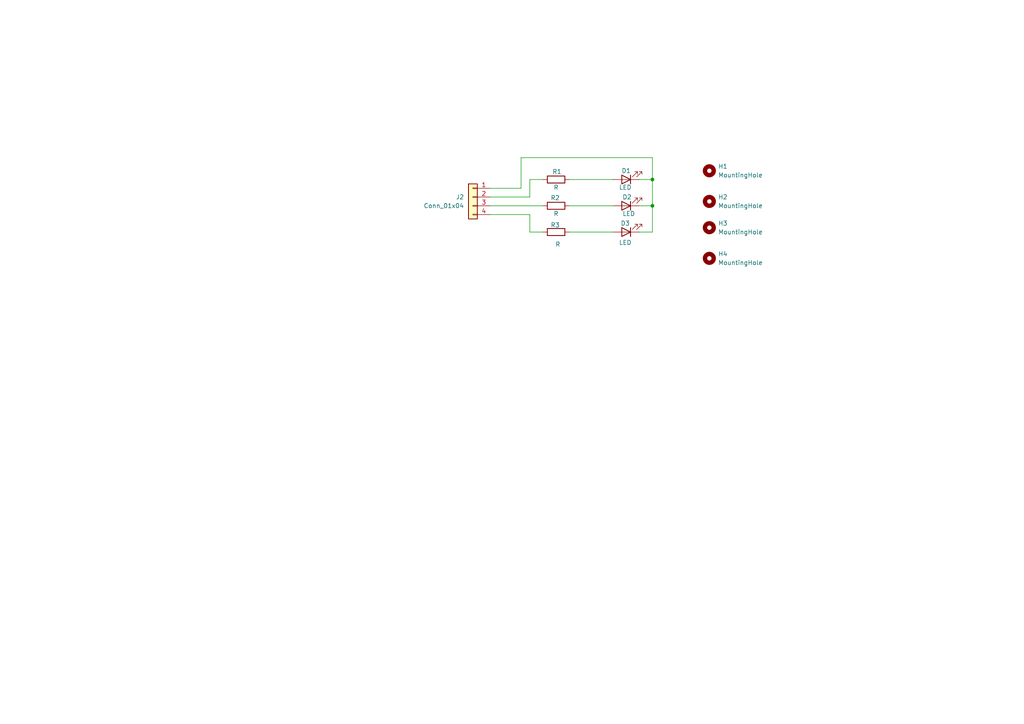
<source format=kicad_sch>
(kicad_sch (version 20250114) (generator "eeschema") (generator_version "9.0")
  (paper "A4")
  (lib_symbols
    (symbol "Connector_Generic:Conn_01x04" (pin_names (offset 1.016) (hide yes))
      (property "Reference" "J" (at 0 5.08 0))
      (property "Value" "Conn_01x04" (at 0 -7.62 0))
      (symbol "Conn_01x04_1_1"
        (rectangle (start -1.27 3.81) (end 1.27 -6.35) (stroke (width 0.254)) (fill (type background)))
        (rectangle (start -1.27 2.667) (end 0 2.413) (stroke (width 0.1524)))
        (rectangle (start -1.27 0.127) (end 0 -0.127) (stroke (width 0.1524)))
        (rectangle (start -1.27 -2.413) (end 0 -2.667) (stroke (width 0.1524)))
        (rectangle (start -1.27 -4.953) (end 0 -5.207) (stroke (width 0.1524)))
        (pin passive line (at -5.08 2.54 0) (length 3.81) (name "Pin_1") (number "1"))
        (pin passive line (at -5.08 0 0) (length 3.81) (name "Pin_2") (number "2"))
        (pin passive line (at -5.08 -2.54 0) (length 3.81) (name "Pin_3") (number "3"))
        (pin passive line (at -5.08 -5.08 0) (length 3.81) (name "Pin_4") (number "4"))
      )
    )
    (symbol "Device:LED" (pin_numbers (hide yes)) (pin_names (offset 1.016) (hide yes))
      (property "Reference" "D" (at 0 2.54 0))
      (property "Value" "LED" (at 0 -2.54 0))
      (symbol "LED_0_1"
        (polyline (pts (xy -3.048 -0.762) (xy -4.572 -2.286) (xy -3.81 -2.286) (xy -4.572 -2.286) (xy -4.572 -1.524)))
        (polyline (pts (xy -1.778 -0.762) (xy -3.302 -2.286) (xy -2.54 -2.286) (xy -3.302 -2.286) (xy -3.302 -1.524)))
        (polyline (pts (xy -1.27 0) (xy 1.27 0)))
        (polyline (pts (xy -1.27 -1.27) (xy -1.27 1.27)) (stroke (width 0.254)))
        (polyline (pts (xy 1.27 -1.27) (xy 1.27 1.27) (xy -1.27 0) (xy 1.27 -1.27)) (stroke (width 0.254)))
      )
      (symbol "LED_1_1"
        (pin passive line (at -3.81 0 0) (length 2.54) (name "K") (number "1"))
        (pin passive line (at 3.81 0 180) (length 2.54) (name "A") (number "2"))
      )
    )
    (symbol "Device:R" (pin_numbers (hide yes)) (pin_names (offset 0))
      (property "Reference" "R" (at 2.032 0 90))
      (property "Value" "R" (at 0 0 90))
      (symbol "R_0_1"
        (rectangle (start -1.016 -2.54) (end 1.016 2.54) (stroke (width 0.254)))
      )
      (symbol "R_1_1"
        (pin passive line (at 0 3.81 270) (length 1.27) (name "~") (number "1"))
        (pin passive line (at 0 -3.81 90) (length 1.27) (name "~") (number "2"))
      )
    )
    (symbol "Mechanical:MountingHole" (pin_names (offset 1.016)) (in_bom no)
      (property "Reference" "H" (at 0 5.08 0))
      (property "Value" "MountingHole" (at 0 3.175 0))
      (symbol "MountingHole_0_1"
        (circle (center 0 0) (radius 1.27) (stroke (width 1.27)))
      )
    )
  )
  (junction (at 189.23 59.69))
  (junction (at 189.23 52.07))
  (wire (pts (xy 157.48 67.31) (xy 153.67 67.31)))
  (wire (pts (xy 165.1 67.31) (xy 177.8 67.31)))
  (wire (pts (xy 185.42 67.31) (xy 189.23 67.31)))
  (wire (pts (xy 151.13 54.61) (xy 142.24 54.61)))
  (wire (pts (xy 142.24 59.69) (xy 157.48 59.69)))
  (wire (pts (xy 189.23 67.31) (xy 189.23 59.69)))
  (wire (pts (xy 189.23 45.72) (xy 151.13 45.72)))
  (wire (pts (xy 153.67 52.07) (xy 153.67 57.15)))
  (wire (pts (xy 189.23 52.07) (xy 189.23 45.72)))
  (wire (pts (xy 153.67 57.15) (xy 142.24 57.15)))
  (wire (pts (xy 185.42 59.69) (xy 189.23 59.69)))
  (wire (pts (xy 165.1 52.07) (xy 177.8 52.07)))
  (wire (pts (xy 165.1 59.69) (xy 177.8 59.69)))
  (wire (pts (xy 189.23 52.07) (xy 189.23 59.69)))
  (wire (pts (xy 151.13 45.72) (xy 151.13 54.61)))
  (wire (pts (xy 153.67 52.07) (xy 157.48 52.07)))
  (wire (pts (xy 185.42 52.07) (xy 189.23 52.07)))
  (wire (pts (xy 153.67 67.31) (xy 153.67 62.23)))
  (wire (pts (xy 153.67 62.23) (xy 142.24 62.23)))
  (symbol (lib_id "Device:R") (at 161.29 67.31 90) (unit 1)
    (property "Reference" "R3" (at 161.036 65.278 90))
    (property "Value" "R" (at 161.798 70.866 90))
    (property "Footprint" "Resistor_THT:R_Axial_DIN0204_L3.6mm_D1.6mm_P5.08mm_Horizontal" (effects (hide yes)))
    (property "Description" "Resistor" (effects (hide yes)))
  )
  (symbol (lib_id "Device:LED") (at 181.61 67.31 180) (unit 1)
    (property "Reference" "D3" (at 181.356 64.77 0))
    (property "Value" "LED" (at 181.356 70.358 0))
    (property "Footprint" "LED_THT:LED_D3.0mm" (effects (hide yes)))
    (property "Description" "Light emitting diode" (effects (hide yes)))
    (property "Sim.Pins" "1=K 2=A" (effects (hide yes)))
  )
  (symbol (lib_id "Mechanical:MountingHole") (at 205.74 66.04 0) (unit 1) (in_bom no)
    (property "Reference" "H3" (at 208.28 64.7699 0) (effects (justify left)))
    (property "Value" "MountingHole" (at 208.28 67.3099 0) (effects (justify left)))
    (property "Footprint" "MountingHole:MountingHole_2.5mm_Pad" (effects (hide yes)))
    (property "Description" "Mounting Hole without connection" (effects (hide yes)))
  )
  (symbol (lib_id "Mechanical:MountingHole") (at 205.74 58.42 0) (unit 1) (in_bom no)
    (property "Reference" "H2" (at 208.28 57.1499 0) (effects (justify left)))
    (property "Value" "MountingHole" (at 208.28 59.6899 0) (effects (justify left)))
    (property "Footprint" "MountingHole:MountingHole_2.5mm_Pad" (effects (hide yes)))
    (property "Description" "Mounting Hole without connection" (effects (hide yes)))
  )
  (symbol (lib_id "Device:LED") (at 181.61 59.69 180) (unit 1)
    (property "Reference" "D2" (at 181.864 57.15 0))
    (property "Value" "LED" (at 182.372 61.976 0))
    (property "Footprint" "LED_THT:LED_D3.0mm" (effects (hide yes)))
    (property "Description" "Light emitting diode" (effects (hide yes)))
    (property "Sim.Pins" "1=K 2=A" (effects (hide yes)))
  )
  (symbol (lib_id "Device:R") (at 161.29 59.69 90) (unit 1)
    (property "Reference" "R2" (at 161.036 57.404 90))
    (property "Value" "R" (at 161.29 61.976 90))
    (property "Footprint" "Resistor_THT:R_Axial_DIN0204_L3.6mm_D1.6mm_P5.08mm_Horizontal" (effects (hide yes)))
    (property "Description" "Resistor" (effects (hide yes)))
  )
  (symbol (lib_id "Device:LED") (at 181.61 52.07 180) (unit 1)
    (property "Reference" "D1" (at 181.61 49.53 0))
    (property "Value" "LED" (at 181.356 54.356 0))
    (property "Footprint" "LED_THT:LED_D3.0mm" (effects (hide yes)))
    (property "Description" "Light emitting diode" (effects (hide yes)))
    (property "Sim.Pins" "1=K 2=A" (effects (hide yes)))
  )
  (symbol (lib_id "Mechanical:MountingHole") (at 205.74 49.53 0) (unit 1) (in_bom no)
    (property "Reference" "H1" (at 208.28 48.2599 0) (effects (justify left)))
    (property "Value" "MountingHole" (at 208.28 50.7999 0) (effects (justify left)))
    (property "Footprint" "MountingHole:MountingHole_2.5mm_Pad" (effects (hide yes)))
    (property "Description" "Mounting Hole without connection" (effects (hide yes)))
  )
  (symbol (lib_id "Mechanical:MountingHole") (at 205.74 74.93 0) (unit 1) (in_bom no)
    (property "Reference" "H4" (at 208.28 73.6599 0) (effects (justify left)))
    (property "Value" "MountingHole" (at 208.28 76.1999 0) (effects (justify left)))
    (property "Footprint" "MountingHole:MountingHole_2.5mm_Pad" (effects (hide yes)))
    (property "Description" "Mounting Hole without connection" (effects (hide yes)))
  )
  (symbol (lib_id "Device:R") (at 161.29 52.07 90) (unit 1)
    (property "Reference" "R1" (at 161.544 49.784 90))
    (property "Value" "R" (at 161.29 54.356 90))
    (property "Footprint" "Resistor_THT:R_Axial_DIN0204_L3.6mm_D1.6mm_P5.08mm_Horizontal" (effects (hide yes)))
    (property "Description" "Resistor" (effects (hide yes)))
  )
  (symbol (lib_id "Connector_Generic:Conn_01x04") (at 137.16 57.15 0) (mirror y) (unit 1)
    (property "Reference" "J2" (at 134.62 57.1499 0) (effects (justify left)))
    (property "Value" "Conn_01x04" (at 134.62 59.6899 0) (effects (justify left)))
    (property "Footprint" "Connector_PinHeader_2.54mm:PinHeader_1x04_P2.54mm_Horizontal" (effects (hide yes)))
    (property "Description" "Generic connector, single row, 01x04, script generated (kicad-library-utils/schlib/autogen/connector/)" (effects (hide yes)))
  )
)
</source>
